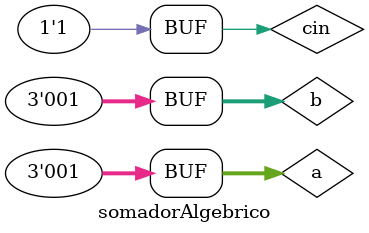
<source format=v>

`include "publico.v"

module somadorAlgebrico();
	reg [2:0]a;
	reg [2:0]b;
	wire [2:0]x;
	wire [2:0]y;
	wire [2:0]s;
	wire [2:0]cout;
	reg cin;
	reg chave;
	
	complementoDois CD1(x, b);
	switch SW1(y, b, x, cin);
	
	fullAdder FA1(s[0], cout[0], a[0], y[0], 0);
	fullAdder FA2(s[1], cout[1], a[1], y[1], cout[0]);
	fullAdder FA3(s[2], cout[2], a[2], y[2], cout[1]);
	
	
	initial begin
			a=3'b000; b=3'b000; cin=0;
		$display("Exemplo0026 - Djonatas Tulio Rodrigues Costa - 440954");
		$display("Somador algebrico 3 bits\n");
		$display("carry out = 0");
		$display("  a    +    b   =   s    carry\n");
		$monitor("%b(%d) + %b(%d) = %b(%d) --- %b", a, a, b, b, s, s, cout[2]);
			#1 a=3'b001; b=3'b011;
			#1 a=3'b010; b=3'b110;
			#1 a=3'b011; b=3'b100;
			#1 a=3'b100; b=3'b010;
			#1 a=3'b101; b=3'b001;
			#1 a=3'b110; b=3'b001;
			#1 a=3'b111; b=3'b000;
			#1 a=3'b011; b=3'b011;
			#1 a=3'b100; b=3'b010;
			#1 a=3'b001; b=3'b001;
			#1 a=3'b110; b=3'b100;
			#1 a=3'b001; b=3'b001;
			#1 a=3'b010; b=3'b010;
			#1 a=3'b001; b=3'b001;
			a=3'b000; b=3'b000; cin=1;
		#1 $monitor("%b(%d) - %b(%d) = %b(%d) --- %b", a, a, b, b, s, s, cout[2]);
		$display("\ncarry out = 1");
		$display("  a    -    b   =   s    borrow\n");
			#1 a=3'b001; b=3'b011;
			#1 a=3'b010; b=3'b110;
			#1 a=3'b011; b=3'b100;
			#1 a=3'b100; b=3'b010;
			#1 a=3'b101; b=3'b001;
			#1 a=3'b110; b=3'b001;
			#1 a=3'b111; b=3'b000;
			#1 a=3'b011; b=3'b011;
			#1 a=3'b100; b=3'b010;
			#1 a=3'b001; b=3'b001;
			#1 a=3'b110; b=3'b100;
			#1 a=3'b001; b=3'b001;
			#1 a=3'b010; b=3'b010;
			#1 a=3'b001; b=3'b001;
			
	end

endmodule // somadorAlgebrico
</source>
